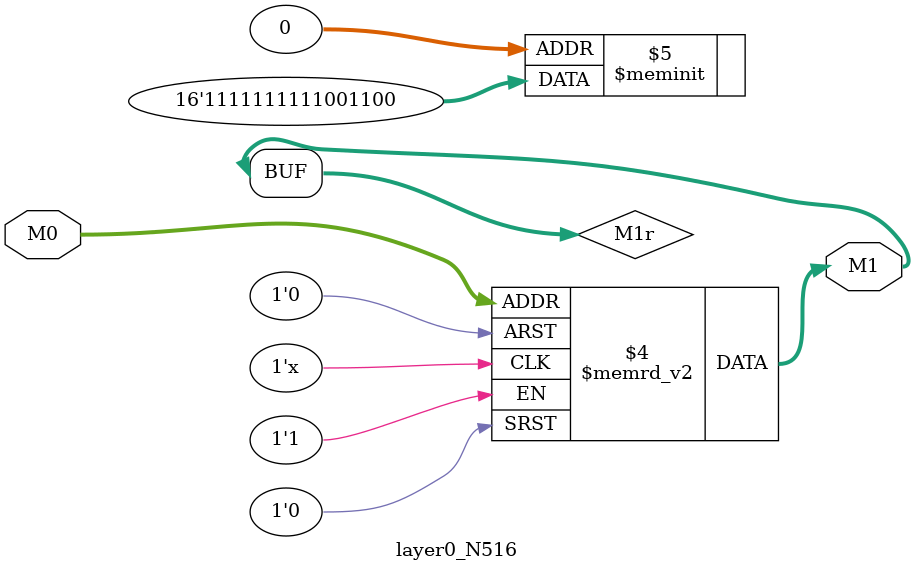
<source format=v>
module layer0_N516 ( input [2:0] M0, output [1:0] M1 );

	(*rom_style = "distributed" *) reg [1:0] M1r;
	assign M1 = M1r;
	always @ (M0) begin
		case (M0)
			3'b000: M1r = 2'b00;
			3'b100: M1r = 2'b11;
			3'b010: M1r = 2'b00;
			3'b110: M1r = 2'b11;
			3'b001: M1r = 2'b11;
			3'b101: M1r = 2'b11;
			3'b011: M1r = 2'b11;
			3'b111: M1r = 2'b11;

		endcase
	end
endmodule

</source>
